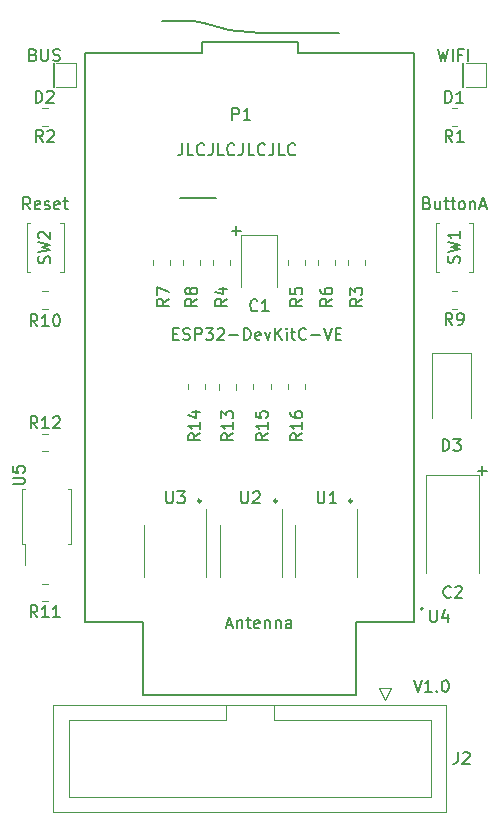
<source format=gbr>
%TF.GenerationSoftware,KiCad,Pcbnew,7.0.10*%
%TF.CreationDate,2024-02-08T23:41:11-06:00*%
%TF.ProjectId,FujiApple-DevKit-Combo,46756a69-4170-4706-9c65-2d4465764b69,1.0*%
%TF.SameCoordinates,Original*%
%TF.FileFunction,Legend,Top*%
%TF.FilePolarity,Positive*%
%FSLAX46Y46*%
G04 Gerber Fmt 4.6, Leading zero omitted, Abs format (unit mm)*
G04 Created by KiCad (PCBNEW 7.0.10) date 2024-02-08 23:41:11*
%MOMM*%
%LPD*%
G01*
G04 APERTURE LIST*
%ADD10C,0.225000*%
%ADD11C,0.150000*%
%ADD12C,0.200000*%
%ADD13C,0.120000*%
%ADD14C,0.127000*%
G04 APERTURE END LIST*
D10*
X163434500Y-114173000D02*
G75*
G03*
X163209500Y-114173000I-112500J0D01*
G01*
X163209500Y-114173000D02*
G75*
G03*
X163434500Y-114173000I112500J0D01*
G01*
X157084500Y-114173000D02*
G75*
G03*
X156859500Y-114173000I-112500J0D01*
G01*
X156859500Y-114173000D02*
G75*
G03*
X157084500Y-114173000I112500J0D01*
G01*
X150607500Y-114173000D02*
G75*
G03*
X150382500Y-114173000I-112500J0D01*
G01*
X150382500Y-114173000D02*
G75*
G03*
X150607500Y-114173000I112500J0D01*
G01*
D11*
X153244779Y-91309866D02*
X154006684Y-91309866D01*
X153625731Y-91690819D02*
X153625731Y-90928914D01*
D12*
X149050951Y-83907219D02*
X149050951Y-84621504D01*
X149050951Y-84621504D02*
X149003332Y-84764361D01*
X149003332Y-84764361D02*
X148908094Y-84859600D01*
X148908094Y-84859600D02*
X148765237Y-84907219D01*
X148765237Y-84907219D02*
X148669999Y-84907219D01*
X150003332Y-84907219D02*
X149527142Y-84907219D01*
X149527142Y-84907219D02*
X149527142Y-83907219D01*
X150908094Y-84811980D02*
X150860475Y-84859600D01*
X150860475Y-84859600D02*
X150717618Y-84907219D01*
X150717618Y-84907219D02*
X150622380Y-84907219D01*
X150622380Y-84907219D02*
X150479523Y-84859600D01*
X150479523Y-84859600D02*
X150384285Y-84764361D01*
X150384285Y-84764361D02*
X150336666Y-84669123D01*
X150336666Y-84669123D02*
X150289047Y-84478647D01*
X150289047Y-84478647D02*
X150289047Y-84335790D01*
X150289047Y-84335790D02*
X150336666Y-84145314D01*
X150336666Y-84145314D02*
X150384285Y-84050076D01*
X150384285Y-84050076D02*
X150479523Y-83954838D01*
X150479523Y-83954838D02*
X150622380Y-83907219D01*
X150622380Y-83907219D02*
X150717618Y-83907219D01*
X150717618Y-83907219D02*
X150860475Y-83954838D01*
X150860475Y-83954838D02*
X150908094Y-84002457D01*
X151622380Y-83907219D02*
X151622380Y-84621504D01*
X151622380Y-84621504D02*
X151574761Y-84764361D01*
X151574761Y-84764361D02*
X151479523Y-84859600D01*
X151479523Y-84859600D02*
X151336666Y-84907219D01*
X151336666Y-84907219D02*
X151241428Y-84907219D01*
X152574761Y-84907219D02*
X152098571Y-84907219D01*
X152098571Y-84907219D02*
X152098571Y-83907219D01*
X153479523Y-84811980D02*
X153431904Y-84859600D01*
X153431904Y-84859600D02*
X153289047Y-84907219D01*
X153289047Y-84907219D02*
X153193809Y-84907219D01*
X153193809Y-84907219D02*
X153050952Y-84859600D01*
X153050952Y-84859600D02*
X152955714Y-84764361D01*
X152955714Y-84764361D02*
X152908095Y-84669123D01*
X152908095Y-84669123D02*
X152860476Y-84478647D01*
X152860476Y-84478647D02*
X152860476Y-84335790D01*
X152860476Y-84335790D02*
X152908095Y-84145314D01*
X152908095Y-84145314D02*
X152955714Y-84050076D01*
X152955714Y-84050076D02*
X153050952Y-83954838D01*
X153050952Y-83954838D02*
X153193809Y-83907219D01*
X153193809Y-83907219D02*
X153289047Y-83907219D01*
X153289047Y-83907219D02*
X153431904Y-83954838D01*
X153431904Y-83954838D02*
X153479523Y-84002457D01*
X154193809Y-83907219D02*
X154193809Y-84621504D01*
X154193809Y-84621504D02*
X154146190Y-84764361D01*
X154146190Y-84764361D02*
X154050952Y-84859600D01*
X154050952Y-84859600D02*
X153908095Y-84907219D01*
X153908095Y-84907219D02*
X153812857Y-84907219D01*
X155146190Y-84907219D02*
X154670000Y-84907219D01*
X154670000Y-84907219D02*
X154670000Y-83907219D01*
X156050952Y-84811980D02*
X156003333Y-84859600D01*
X156003333Y-84859600D02*
X155860476Y-84907219D01*
X155860476Y-84907219D02*
X155765238Y-84907219D01*
X155765238Y-84907219D02*
X155622381Y-84859600D01*
X155622381Y-84859600D02*
X155527143Y-84764361D01*
X155527143Y-84764361D02*
X155479524Y-84669123D01*
X155479524Y-84669123D02*
X155431905Y-84478647D01*
X155431905Y-84478647D02*
X155431905Y-84335790D01*
X155431905Y-84335790D02*
X155479524Y-84145314D01*
X155479524Y-84145314D02*
X155527143Y-84050076D01*
X155527143Y-84050076D02*
X155622381Y-83954838D01*
X155622381Y-83954838D02*
X155765238Y-83907219D01*
X155765238Y-83907219D02*
X155860476Y-83907219D01*
X155860476Y-83907219D02*
X156003333Y-83954838D01*
X156003333Y-83954838D02*
X156050952Y-84002457D01*
X156765238Y-83907219D02*
X156765238Y-84621504D01*
X156765238Y-84621504D02*
X156717619Y-84764361D01*
X156717619Y-84764361D02*
X156622381Y-84859600D01*
X156622381Y-84859600D02*
X156479524Y-84907219D01*
X156479524Y-84907219D02*
X156384286Y-84907219D01*
X157717619Y-84907219D02*
X157241429Y-84907219D01*
X157241429Y-84907219D02*
X157241429Y-83907219D01*
X158622381Y-84811980D02*
X158574762Y-84859600D01*
X158574762Y-84859600D02*
X158431905Y-84907219D01*
X158431905Y-84907219D02*
X158336667Y-84907219D01*
X158336667Y-84907219D02*
X158193810Y-84859600D01*
X158193810Y-84859600D02*
X158098572Y-84764361D01*
X158098572Y-84764361D02*
X158050953Y-84669123D01*
X158050953Y-84669123D02*
X158003334Y-84478647D01*
X158003334Y-84478647D02*
X158003334Y-84335790D01*
X158003334Y-84335790D02*
X158050953Y-84145314D01*
X158050953Y-84145314D02*
X158098572Y-84050076D01*
X158098572Y-84050076D02*
X158193810Y-83954838D01*
X158193810Y-83954838D02*
X158336667Y-83907219D01*
X158336667Y-83907219D02*
X158431905Y-83907219D01*
X158431905Y-83907219D02*
X158574762Y-83954838D01*
X158574762Y-83954838D02*
X158622381Y-84002457D01*
D11*
X174072779Y-111629866D02*
X174834684Y-111629866D01*
X174453731Y-112010819D02*
X174453731Y-111248914D01*
X152816160Y-124679104D02*
X153292350Y-124679104D01*
X152720922Y-124964819D02*
X153054255Y-123964819D01*
X153054255Y-123964819D02*
X153387588Y-124964819D01*
X153720922Y-124298152D02*
X153720922Y-124964819D01*
X153720922Y-124393390D02*
X153768541Y-124345771D01*
X153768541Y-124345771D02*
X153863779Y-124298152D01*
X153863779Y-124298152D02*
X154006636Y-124298152D01*
X154006636Y-124298152D02*
X154101874Y-124345771D01*
X154101874Y-124345771D02*
X154149493Y-124441009D01*
X154149493Y-124441009D02*
X154149493Y-124964819D01*
X154482827Y-124298152D02*
X154863779Y-124298152D01*
X154625684Y-123964819D02*
X154625684Y-124821961D01*
X154625684Y-124821961D02*
X154673303Y-124917200D01*
X154673303Y-124917200D02*
X154768541Y-124964819D01*
X154768541Y-124964819D02*
X154863779Y-124964819D01*
X155578065Y-124917200D02*
X155482827Y-124964819D01*
X155482827Y-124964819D02*
X155292351Y-124964819D01*
X155292351Y-124964819D02*
X155197113Y-124917200D01*
X155197113Y-124917200D02*
X155149494Y-124821961D01*
X155149494Y-124821961D02*
X155149494Y-124441009D01*
X155149494Y-124441009D02*
X155197113Y-124345771D01*
X155197113Y-124345771D02*
X155292351Y-124298152D01*
X155292351Y-124298152D02*
X155482827Y-124298152D01*
X155482827Y-124298152D02*
X155578065Y-124345771D01*
X155578065Y-124345771D02*
X155625684Y-124441009D01*
X155625684Y-124441009D02*
X155625684Y-124536247D01*
X155625684Y-124536247D02*
X155149494Y-124631485D01*
X156054256Y-124298152D02*
X156054256Y-124964819D01*
X156054256Y-124393390D02*
X156101875Y-124345771D01*
X156101875Y-124345771D02*
X156197113Y-124298152D01*
X156197113Y-124298152D02*
X156339970Y-124298152D01*
X156339970Y-124298152D02*
X156435208Y-124345771D01*
X156435208Y-124345771D02*
X156482827Y-124441009D01*
X156482827Y-124441009D02*
X156482827Y-124964819D01*
X156959018Y-124298152D02*
X156959018Y-124964819D01*
X156959018Y-124393390D02*
X157006637Y-124345771D01*
X157006637Y-124345771D02*
X157101875Y-124298152D01*
X157101875Y-124298152D02*
X157244732Y-124298152D01*
X157244732Y-124298152D02*
X157339970Y-124345771D01*
X157339970Y-124345771D02*
X157387589Y-124441009D01*
X157387589Y-124441009D02*
X157387589Y-124964819D01*
X158292351Y-124964819D02*
X158292351Y-124441009D01*
X158292351Y-124441009D02*
X158244732Y-124345771D01*
X158244732Y-124345771D02*
X158149494Y-124298152D01*
X158149494Y-124298152D02*
X157959018Y-124298152D01*
X157959018Y-124298152D02*
X157863780Y-124345771D01*
X158292351Y-124917200D02*
X158197113Y-124964819D01*
X158197113Y-124964819D02*
X157959018Y-124964819D01*
X157959018Y-124964819D02*
X157863780Y-124917200D01*
X157863780Y-124917200D02*
X157816161Y-124821961D01*
X157816161Y-124821961D02*
X157816161Y-124726723D01*
X157816161Y-124726723D02*
X157863780Y-124631485D01*
X157863780Y-124631485D02*
X157959018Y-124583866D01*
X157959018Y-124583866D02*
X158197113Y-124583866D01*
X158197113Y-124583866D02*
X158292351Y-124536247D01*
D12*
X168656191Y-129347819D02*
X168989524Y-130347819D01*
X168989524Y-130347819D02*
X169322857Y-129347819D01*
X170180000Y-130347819D02*
X169608572Y-130347819D01*
X169894286Y-130347819D02*
X169894286Y-129347819D01*
X169894286Y-129347819D02*
X169799048Y-129490676D01*
X169799048Y-129490676D02*
X169703810Y-129585914D01*
X169703810Y-129585914D02*
X169608572Y-129633533D01*
X170608572Y-130252580D02*
X170656191Y-130300200D01*
X170656191Y-130300200D02*
X170608572Y-130347819D01*
X170608572Y-130347819D02*
X170560953Y-130300200D01*
X170560953Y-130300200D02*
X170608572Y-130252580D01*
X170608572Y-130252580D02*
X170608572Y-130347819D01*
X171275238Y-129347819D02*
X171370476Y-129347819D01*
X171370476Y-129347819D02*
X171465714Y-129395438D01*
X171465714Y-129395438D02*
X171513333Y-129443057D01*
X171513333Y-129443057D02*
X171560952Y-129538295D01*
X171560952Y-129538295D02*
X171608571Y-129728771D01*
X171608571Y-129728771D02*
X171608571Y-129966866D01*
X171608571Y-129966866D02*
X171560952Y-130157342D01*
X171560952Y-130157342D02*
X171513333Y-130252580D01*
X171513333Y-130252580D02*
X171465714Y-130300200D01*
X171465714Y-130300200D02*
X171370476Y-130347819D01*
X171370476Y-130347819D02*
X171275238Y-130347819D01*
X171275238Y-130347819D02*
X171180000Y-130300200D01*
X171180000Y-130300200D02*
X171132381Y-130252580D01*
X171132381Y-130252580D02*
X171084762Y-130157342D01*
X171084762Y-130157342D02*
X171037143Y-129966866D01*
X171037143Y-129966866D02*
X171037143Y-129728771D01*
X171037143Y-129728771D02*
X171084762Y-129538295D01*
X171084762Y-129538295D02*
X171132381Y-129443057D01*
X171132381Y-129443057D02*
X171180000Y-129395438D01*
X171180000Y-129395438D02*
X171275238Y-129347819D01*
D11*
X172386666Y-135446419D02*
X172386666Y-136160704D01*
X172386666Y-136160704D02*
X172339047Y-136303561D01*
X172339047Y-136303561D02*
X172243809Y-136398800D01*
X172243809Y-136398800D02*
X172100952Y-136446419D01*
X172100952Y-136446419D02*
X172005714Y-136446419D01*
X172815238Y-135541657D02*
X172862857Y-135494038D01*
X172862857Y-135494038D02*
X172958095Y-135446419D01*
X172958095Y-135446419D02*
X173196190Y-135446419D01*
X173196190Y-135446419D02*
X173291428Y-135494038D01*
X173291428Y-135494038D02*
X173339047Y-135541657D01*
X173339047Y-135541657D02*
X173386666Y-135636895D01*
X173386666Y-135636895D02*
X173386666Y-135732133D01*
X173386666Y-135732133D02*
X173339047Y-135874990D01*
X173339047Y-135874990D02*
X172767619Y-136446419D01*
X172767619Y-136446419D02*
X173386666Y-136446419D01*
X136787142Y-108024819D02*
X136453809Y-107548628D01*
X136215714Y-108024819D02*
X136215714Y-107024819D01*
X136215714Y-107024819D02*
X136596666Y-107024819D01*
X136596666Y-107024819D02*
X136691904Y-107072438D01*
X136691904Y-107072438D02*
X136739523Y-107120057D01*
X136739523Y-107120057D02*
X136787142Y-107215295D01*
X136787142Y-107215295D02*
X136787142Y-107358152D01*
X136787142Y-107358152D02*
X136739523Y-107453390D01*
X136739523Y-107453390D02*
X136691904Y-107501009D01*
X136691904Y-107501009D02*
X136596666Y-107548628D01*
X136596666Y-107548628D02*
X136215714Y-107548628D01*
X137739523Y-108024819D02*
X137168095Y-108024819D01*
X137453809Y-108024819D02*
X137453809Y-107024819D01*
X137453809Y-107024819D02*
X137358571Y-107167676D01*
X137358571Y-107167676D02*
X137263333Y-107262914D01*
X137263333Y-107262914D02*
X137168095Y-107310533D01*
X138120476Y-107120057D02*
X138168095Y-107072438D01*
X138168095Y-107072438D02*
X138263333Y-107024819D01*
X138263333Y-107024819D02*
X138501428Y-107024819D01*
X138501428Y-107024819D02*
X138596666Y-107072438D01*
X138596666Y-107072438D02*
X138644285Y-107120057D01*
X138644285Y-107120057D02*
X138691904Y-107215295D01*
X138691904Y-107215295D02*
X138691904Y-107310533D01*
X138691904Y-107310533D02*
X138644285Y-107453390D01*
X138644285Y-107453390D02*
X138072857Y-108024819D01*
X138072857Y-108024819D02*
X138691904Y-108024819D01*
X171092905Y-109928819D02*
X171092905Y-108928819D01*
X171092905Y-108928819D02*
X171331000Y-108928819D01*
X171331000Y-108928819D02*
X171473857Y-108976438D01*
X171473857Y-108976438D02*
X171569095Y-109071676D01*
X171569095Y-109071676D02*
X171616714Y-109166914D01*
X171616714Y-109166914D02*
X171664333Y-109357390D01*
X171664333Y-109357390D02*
X171664333Y-109500247D01*
X171664333Y-109500247D02*
X171616714Y-109690723D01*
X171616714Y-109690723D02*
X171569095Y-109785961D01*
X171569095Y-109785961D02*
X171473857Y-109881200D01*
X171473857Y-109881200D02*
X171331000Y-109928819D01*
X171331000Y-109928819D02*
X171092905Y-109928819D01*
X171997667Y-108928819D02*
X172616714Y-108928819D01*
X172616714Y-108928819D02*
X172283381Y-109309771D01*
X172283381Y-109309771D02*
X172426238Y-109309771D01*
X172426238Y-109309771D02*
X172521476Y-109357390D01*
X172521476Y-109357390D02*
X172569095Y-109405009D01*
X172569095Y-109405009D02*
X172616714Y-109500247D01*
X172616714Y-109500247D02*
X172616714Y-109738342D01*
X172616714Y-109738342D02*
X172569095Y-109833580D01*
X172569095Y-109833580D02*
X172521476Y-109881200D01*
X172521476Y-109881200D02*
X172426238Y-109928819D01*
X172426238Y-109928819D02*
X172140524Y-109928819D01*
X172140524Y-109928819D02*
X172045286Y-109881200D01*
X172045286Y-109881200D02*
X171997667Y-109833580D01*
X155408333Y-98022580D02*
X155360714Y-98070200D01*
X155360714Y-98070200D02*
X155217857Y-98117819D01*
X155217857Y-98117819D02*
X155122619Y-98117819D01*
X155122619Y-98117819D02*
X154979762Y-98070200D01*
X154979762Y-98070200D02*
X154884524Y-97974961D01*
X154884524Y-97974961D02*
X154836905Y-97879723D01*
X154836905Y-97879723D02*
X154789286Y-97689247D01*
X154789286Y-97689247D02*
X154789286Y-97546390D01*
X154789286Y-97546390D02*
X154836905Y-97355914D01*
X154836905Y-97355914D02*
X154884524Y-97260676D01*
X154884524Y-97260676D02*
X154979762Y-97165438D01*
X154979762Y-97165438D02*
X155122619Y-97117819D01*
X155122619Y-97117819D02*
X155217857Y-97117819D01*
X155217857Y-97117819D02*
X155360714Y-97165438D01*
X155360714Y-97165438D02*
X155408333Y-97213057D01*
X156360714Y-98117819D02*
X155789286Y-98117819D01*
X156075000Y-98117819D02*
X156075000Y-97117819D01*
X156075000Y-97117819D02*
X155979762Y-97260676D01*
X155979762Y-97260676D02*
X155884524Y-97355914D01*
X155884524Y-97355914D02*
X155789286Y-97403533D01*
X152854819Y-97067666D02*
X152378628Y-97400999D01*
X152854819Y-97639094D02*
X151854819Y-97639094D01*
X151854819Y-97639094D02*
X151854819Y-97258142D01*
X151854819Y-97258142D02*
X151902438Y-97162904D01*
X151902438Y-97162904D02*
X151950057Y-97115285D01*
X151950057Y-97115285D02*
X152045295Y-97067666D01*
X152045295Y-97067666D02*
X152188152Y-97067666D01*
X152188152Y-97067666D02*
X152283390Y-97115285D01*
X152283390Y-97115285D02*
X152331009Y-97162904D01*
X152331009Y-97162904D02*
X152378628Y-97258142D01*
X152378628Y-97258142D02*
X152378628Y-97639094D01*
X152188152Y-96210523D02*
X152854819Y-96210523D01*
X151807200Y-96448618D02*
X152521485Y-96686713D01*
X152521485Y-96686713D02*
X152521485Y-96067666D01*
X137263333Y-83765819D02*
X136930000Y-83289628D01*
X136691905Y-83765819D02*
X136691905Y-82765819D01*
X136691905Y-82765819D02*
X137072857Y-82765819D01*
X137072857Y-82765819D02*
X137168095Y-82813438D01*
X137168095Y-82813438D02*
X137215714Y-82861057D01*
X137215714Y-82861057D02*
X137263333Y-82956295D01*
X137263333Y-82956295D02*
X137263333Y-83099152D01*
X137263333Y-83099152D02*
X137215714Y-83194390D01*
X137215714Y-83194390D02*
X137168095Y-83242009D01*
X137168095Y-83242009D02*
X137072857Y-83289628D01*
X137072857Y-83289628D02*
X136691905Y-83289628D01*
X137644286Y-82861057D02*
X137691905Y-82813438D01*
X137691905Y-82813438D02*
X137787143Y-82765819D01*
X137787143Y-82765819D02*
X138025238Y-82765819D01*
X138025238Y-82765819D02*
X138120476Y-82813438D01*
X138120476Y-82813438D02*
X138168095Y-82861057D01*
X138168095Y-82861057D02*
X138215714Y-82956295D01*
X138215714Y-82956295D02*
X138215714Y-83051533D01*
X138215714Y-83051533D02*
X138168095Y-83194390D01*
X138168095Y-83194390D02*
X137596667Y-83765819D01*
X137596667Y-83765819D02*
X138215714Y-83765819D01*
X147701095Y-113373819D02*
X147701095Y-114183342D01*
X147701095Y-114183342D02*
X147748714Y-114278580D01*
X147748714Y-114278580D02*
X147796333Y-114326200D01*
X147796333Y-114326200D02*
X147891571Y-114373819D01*
X147891571Y-114373819D02*
X148082047Y-114373819D01*
X148082047Y-114373819D02*
X148177285Y-114326200D01*
X148177285Y-114326200D02*
X148224904Y-114278580D01*
X148224904Y-114278580D02*
X148272523Y-114183342D01*
X148272523Y-114183342D02*
X148272523Y-113373819D01*
X148653476Y-113373819D02*
X149272523Y-113373819D01*
X149272523Y-113373819D02*
X148939190Y-113754771D01*
X148939190Y-113754771D02*
X149082047Y-113754771D01*
X149082047Y-113754771D02*
X149177285Y-113802390D01*
X149177285Y-113802390D02*
X149224904Y-113850009D01*
X149224904Y-113850009D02*
X149272523Y-113945247D01*
X149272523Y-113945247D02*
X149272523Y-114183342D01*
X149272523Y-114183342D02*
X149224904Y-114278580D01*
X149224904Y-114278580D02*
X149177285Y-114326200D01*
X149177285Y-114326200D02*
X149082047Y-114373819D01*
X149082047Y-114373819D02*
X148796333Y-114373819D01*
X148796333Y-114373819D02*
X148701095Y-114326200D01*
X148701095Y-114326200D02*
X148653476Y-114278580D01*
X136787142Y-124024819D02*
X136453809Y-123548628D01*
X136215714Y-124024819D02*
X136215714Y-123024819D01*
X136215714Y-123024819D02*
X136596666Y-123024819D01*
X136596666Y-123024819D02*
X136691904Y-123072438D01*
X136691904Y-123072438D02*
X136739523Y-123120057D01*
X136739523Y-123120057D02*
X136787142Y-123215295D01*
X136787142Y-123215295D02*
X136787142Y-123358152D01*
X136787142Y-123358152D02*
X136739523Y-123453390D01*
X136739523Y-123453390D02*
X136691904Y-123501009D01*
X136691904Y-123501009D02*
X136596666Y-123548628D01*
X136596666Y-123548628D02*
X136215714Y-123548628D01*
X137739523Y-124024819D02*
X137168095Y-124024819D01*
X137453809Y-124024819D02*
X137453809Y-123024819D01*
X137453809Y-123024819D02*
X137358571Y-123167676D01*
X137358571Y-123167676D02*
X137263333Y-123262914D01*
X137263333Y-123262914D02*
X137168095Y-123310533D01*
X138691904Y-124024819D02*
X138120476Y-124024819D01*
X138406190Y-124024819D02*
X138406190Y-123024819D01*
X138406190Y-123024819D02*
X138310952Y-123167676D01*
X138310952Y-123167676D02*
X138215714Y-123262914D01*
X138215714Y-123262914D02*
X138120476Y-123310533D01*
X154051095Y-113373819D02*
X154051095Y-114183342D01*
X154051095Y-114183342D02*
X154098714Y-114278580D01*
X154098714Y-114278580D02*
X154146333Y-114326200D01*
X154146333Y-114326200D02*
X154241571Y-114373819D01*
X154241571Y-114373819D02*
X154432047Y-114373819D01*
X154432047Y-114373819D02*
X154527285Y-114326200D01*
X154527285Y-114326200D02*
X154574904Y-114278580D01*
X154574904Y-114278580D02*
X154622523Y-114183342D01*
X154622523Y-114183342D02*
X154622523Y-113373819D01*
X155051095Y-113469057D02*
X155098714Y-113421438D01*
X155098714Y-113421438D02*
X155193952Y-113373819D01*
X155193952Y-113373819D02*
X155432047Y-113373819D01*
X155432047Y-113373819D02*
X155527285Y-113421438D01*
X155527285Y-113421438D02*
X155574904Y-113469057D01*
X155574904Y-113469057D02*
X155622523Y-113564295D01*
X155622523Y-113564295D02*
X155622523Y-113659533D01*
X155622523Y-113659533D02*
X155574904Y-113802390D01*
X155574904Y-113802390D02*
X155003476Y-114373819D01*
X155003476Y-114373819D02*
X155622523Y-114373819D01*
X147901819Y-97067666D02*
X147425628Y-97400999D01*
X147901819Y-97639094D02*
X146901819Y-97639094D01*
X146901819Y-97639094D02*
X146901819Y-97258142D01*
X146901819Y-97258142D02*
X146949438Y-97162904D01*
X146949438Y-97162904D02*
X146997057Y-97115285D01*
X146997057Y-97115285D02*
X147092295Y-97067666D01*
X147092295Y-97067666D02*
X147235152Y-97067666D01*
X147235152Y-97067666D02*
X147330390Y-97115285D01*
X147330390Y-97115285D02*
X147378009Y-97162904D01*
X147378009Y-97162904D02*
X147425628Y-97258142D01*
X147425628Y-97258142D02*
X147425628Y-97639094D01*
X146901819Y-96734332D02*
X146901819Y-96067666D01*
X146901819Y-96067666D02*
X147901819Y-96496237D01*
X171918333Y-99259819D02*
X171585000Y-98783628D01*
X171346905Y-99259819D02*
X171346905Y-98259819D01*
X171346905Y-98259819D02*
X171727857Y-98259819D01*
X171727857Y-98259819D02*
X171823095Y-98307438D01*
X171823095Y-98307438D02*
X171870714Y-98355057D01*
X171870714Y-98355057D02*
X171918333Y-98450295D01*
X171918333Y-98450295D02*
X171918333Y-98593152D01*
X171918333Y-98593152D02*
X171870714Y-98688390D01*
X171870714Y-98688390D02*
X171823095Y-98736009D01*
X171823095Y-98736009D02*
X171727857Y-98783628D01*
X171727857Y-98783628D02*
X171346905Y-98783628D01*
X172394524Y-99259819D02*
X172585000Y-99259819D01*
X172585000Y-99259819D02*
X172680238Y-99212200D01*
X172680238Y-99212200D02*
X172727857Y-99164580D01*
X172727857Y-99164580D02*
X172823095Y-99021723D01*
X172823095Y-99021723D02*
X172870714Y-98831247D01*
X172870714Y-98831247D02*
X172870714Y-98450295D01*
X172870714Y-98450295D02*
X172823095Y-98355057D01*
X172823095Y-98355057D02*
X172775476Y-98307438D01*
X172775476Y-98307438D02*
X172680238Y-98259819D01*
X172680238Y-98259819D02*
X172489762Y-98259819D01*
X172489762Y-98259819D02*
X172394524Y-98307438D01*
X172394524Y-98307438D02*
X172346905Y-98355057D01*
X172346905Y-98355057D02*
X172299286Y-98450295D01*
X172299286Y-98450295D02*
X172299286Y-98688390D01*
X172299286Y-98688390D02*
X172346905Y-98783628D01*
X172346905Y-98783628D02*
X172394524Y-98831247D01*
X172394524Y-98831247D02*
X172489762Y-98878866D01*
X172489762Y-98878866D02*
X172680238Y-98878866D01*
X172680238Y-98878866D02*
X172775476Y-98831247D01*
X172775476Y-98831247D02*
X172823095Y-98783628D01*
X172823095Y-98783628D02*
X172870714Y-98688390D01*
X159204819Y-97067666D02*
X158728628Y-97400999D01*
X159204819Y-97639094D02*
X158204819Y-97639094D01*
X158204819Y-97639094D02*
X158204819Y-97258142D01*
X158204819Y-97258142D02*
X158252438Y-97162904D01*
X158252438Y-97162904D02*
X158300057Y-97115285D01*
X158300057Y-97115285D02*
X158395295Y-97067666D01*
X158395295Y-97067666D02*
X158538152Y-97067666D01*
X158538152Y-97067666D02*
X158633390Y-97115285D01*
X158633390Y-97115285D02*
X158681009Y-97162904D01*
X158681009Y-97162904D02*
X158728628Y-97258142D01*
X158728628Y-97258142D02*
X158728628Y-97639094D01*
X158204819Y-96162904D02*
X158204819Y-96639094D01*
X158204819Y-96639094D02*
X158681009Y-96686713D01*
X158681009Y-96686713D02*
X158633390Y-96639094D01*
X158633390Y-96639094D02*
X158585771Y-96543856D01*
X158585771Y-96543856D02*
X158585771Y-96305761D01*
X158585771Y-96305761D02*
X158633390Y-96210523D01*
X158633390Y-96210523D02*
X158681009Y-96162904D01*
X158681009Y-96162904D02*
X158776247Y-96115285D01*
X158776247Y-96115285D02*
X159014342Y-96115285D01*
X159014342Y-96115285D02*
X159109580Y-96162904D01*
X159109580Y-96162904D02*
X159157200Y-96210523D01*
X159157200Y-96210523D02*
X159204819Y-96305761D01*
X159204819Y-96305761D02*
X159204819Y-96543856D01*
X159204819Y-96543856D02*
X159157200Y-96639094D01*
X159157200Y-96639094D02*
X159109580Y-96686713D01*
X136787142Y-99387819D02*
X136453809Y-98911628D01*
X136215714Y-99387819D02*
X136215714Y-98387819D01*
X136215714Y-98387819D02*
X136596666Y-98387819D01*
X136596666Y-98387819D02*
X136691904Y-98435438D01*
X136691904Y-98435438D02*
X136739523Y-98483057D01*
X136739523Y-98483057D02*
X136787142Y-98578295D01*
X136787142Y-98578295D02*
X136787142Y-98721152D01*
X136787142Y-98721152D02*
X136739523Y-98816390D01*
X136739523Y-98816390D02*
X136691904Y-98864009D01*
X136691904Y-98864009D02*
X136596666Y-98911628D01*
X136596666Y-98911628D02*
X136215714Y-98911628D01*
X137739523Y-99387819D02*
X137168095Y-99387819D01*
X137453809Y-99387819D02*
X137453809Y-98387819D01*
X137453809Y-98387819D02*
X137358571Y-98530676D01*
X137358571Y-98530676D02*
X137263333Y-98625914D01*
X137263333Y-98625914D02*
X137168095Y-98673533D01*
X138358571Y-98387819D02*
X138453809Y-98387819D01*
X138453809Y-98387819D02*
X138549047Y-98435438D01*
X138549047Y-98435438D02*
X138596666Y-98483057D01*
X138596666Y-98483057D02*
X138644285Y-98578295D01*
X138644285Y-98578295D02*
X138691904Y-98768771D01*
X138691904Y-98768771D02*
X138691904Y-99006866D01*
X138691904Y-99006866D02*
X138644285Y-99197342D01*
X138644285Y-99197342D02*
X138596666Y-99292580D01*
X138596666Y-99292580D02*
X138549047Y-99340200D01*
X138549047Y-99340200D02*
X138453809Y-99387819D01*
X138453809Y-99387819D02*
X138358571Y-99387819D01*
X138358571Y-99387819D02*
X138263333Y-99340200D01*
X138263333Y-99340200D02*
X138215714Y-99292580D01*
X138215714Y-99292580D02*
X138168095Y-99197342D01*
X138168095Y-99197342D02*
X138120476Y-99006866D01*
X138120476Y-99006866D02*
X138120476Y-98768771D01*
X138120476Y-98768771D02*
X138168095Y-98578295D01*
X138168095Y-98578295D02*
X138215714Y-98483057D01*
X138215714Y-98483057D02*
X138263333Y-98435438D01*
X138263333Y-98435438D02*
X138358571Y-98387819D01*
X156283819Y-108465857D02*
X155807628Y-108799190D01*
X156283819Y-109037285D02*
X155283819Y-109037285D01*
X155283819Y-109037285D02*
X155283819Y-108656333D01*
X155283819Y-108656333D02*
X155331438Y-108561095D01*
X155331438Y-108561095D02*
X155379057Y-108513476D01*
X155379057Y-108513476D02*
X155474295Y-108465857D01*
X155474295Y-108465857D02*
X155617152Y-108465857D01*
X155617152Y-108465857D02*
X155712390Y-108513476D01*
X155712390Y-108513476D02*
X155760009Y-108561095D01*
X155760009Y-108561095D02*
X155807628Y-108656333D01*
X155807628Y-108656333D02*
X155807628Y-109037285D01*
X156283819Y-107513476D02*
X156283819Y-108084904D01*
X156283819Y-107799190D02*
X155283819Y-107799190D01*
X155283819Y-107799190D02*
X155426676Y-107894428D01*
X155426676Y-107894428D02*
X155521914Y-107989666D01*
X155521914Y-107989666D02*
X155569533Y-108084904D01*
X155283819Y-106608714D02*
X155283819Y-107084904D01*
X155283819Y-107084904D02*
X155760009Y-107132523D01*
X155760009Y-107132523D02*
X155712390Y-107084904D01*
X155712390Y-107084904D02*
X155664771Y-106989666D01*
X155664771Y-106989666D02*
X155664771Y-106751571D01*
X155664771Y-106751571D02*
X155712390Y-106656333D01*
X155712390Y-106656333D02*
X155760009Y-106608714D01*
X155760009Y-106608714D02*
X155855247Y-106561095D01*
X155855247Y-106561095D02*
X156093342Y-106561095D01*
X156093342Y-106561095D02*
X156188580Y-106608714D01*
X156188580Y-106608714D02*
X156236200Y-106656333D01*
X156236200Y-106656333D02*
X156283819Y-106751571D01*
X156283819Y-106751571D02*
X156283819Y-106989666D01*
X156283819Y-106989666D02*
X156236200Y-107084904D01*
X156236200Y-107084904D02*
X156188580Y-107132523D01*
X150314819Y-97067666D02*
X149838628Y-97400999D01*
X150314819Y-97639094D02*
X149314819Y-97639094D01*
X149314819Y-97639094D02*
X149314819Y-97258142D01*
X149314819Y-97258142D02*
X149362438Y-97162904D01*
X149362438Y-97162904D02*
X149410057Y-97115285D01*
X149410057Y-97115285D02*
X149505295Y-97067666D01*
X149505295Y-97067666D02*
X149648152Y-97067666D01*
X149648152Y-97067666D02*
X149743390Y-97115285D01*
X149743390Y-97115285D02*
X149791009Y-97162904D01*
X149791009Y-97162904D02*
X149838628Y-97258142D01*
X149838628Y-97258142D02*
X149838628Y-97639094D01*
X149743390Y-96496237D02*
X149695771Y-96591475D01*
X149695771Y-96591475D02*
X149648152Y-96639094D01*
X149648152Y-96639094D02*
X149552914Y-96686713D01*
X149552914Y-96686713D02*
X149505295Y-96686713D01*
X149505295Y-96686713D02*
X149410057Y-96639094D01*
X149410057Y-96639094D02*
X149362438Y-96591475D01*
X149362438Y-96591475D02*
X149314819Y-96496237D01*
X149314819Y-96496237D02*
X149314819Y-96305761D01*
X149314819Y-96305761D02*
X149362438Y-96210523D01*
X149362438Y-96210523D02*
X149410057Y-96162904D01*
X149410057Y-96162904D02*
X149505295Y-96115285D01*
X149505295Y-96115285D02*
X149552914Y-96115285D01*
X149552914Y-96115285D02*
X149648152Y-96162904D01*
X149648152Y-96162904D02*
X149695771Y-96210523D01*
X149695771Y-96210523D02*
X149743390Y-96305761D01*
X149743390Y-96305761D02*
X149743390Y-96496237D01*
X149743390Y-96496237D02*
X149791009Y-96591475D01*
X149791009Y-96591475D02*
X149838628Y-96639094D01*
X149838628Y-96639094D02*
X149933866Y-96686713D01*
X149933866Y-96686713D02*
X150124342Y-96686713D01*
X150124342Y-96686713D02*
X150219580Y-96639094D01*
X150219580Y-96639094D02*
X150267200Y-96591475D01*
X150267200Y-96591475D02*
X150314819Y-96496237D01*
X150314819Y-96496237D02*
X150314819Y-96305761D01*
X150314819Y-96305761D02*
X150267200Y-96210523D01*
X150267200Y-96210523D02*
X150219580Y-96162904D01*
X150219580Y-96162904D02*
X150124342Y-96115285D01*
X150124342Y-96115285D02*
X149933866Y-96115285D01*
X149933866Y-96115285D02*
X149838628Y-96162904D01*
X149838628Y-96162904D02*
X149791009Y-96210523D01*
X149791009Y-96210523D02*
X149743390Y-96305761D01*
X170053095Y-123406819D02*
X170053095Y-124216342D01*
X170053095Y-124216342D02*
X170100714Y-124311580D01*
X170100714Y-124311580D02*
X170148333Y-124359200D01*
X170148333Y-124359200D02*
X170243571Y-124406819D01*
X170243571Y-124406819D02*
X170434047Y-124406819D01*
X170434047Y-124406819D02*
X170529285Y-124359200D01*
X170529285Y-124359200D02*
X170576904Y-124311580D01*
X170576904Y-124311580D02*
X170624523Y-124216342D01*
X170624523Y-124216342D02*
X170624523Y-123406819D01*
X171529285Y-123740152D02*
X171529285Y-124406819D01*
X171291190Y-123359200D02*
X171053095Y-124073485D01*
X171053095Y-124073485D02*
X171672142Y-124073485D01*
X148284762Y-100021009D02*
X148618095Y-100021009D01*
X148760952Y-100544819D02*
X148284762Y-100544819D01*
X148284762Y-100544819D02*
X148284762Y-99544819D01*
X148284762Y-99544819D02*
X148760952Y-99544819D01*
X149141905Y-100497200D02*
X149284762Y-100544819D01*
X149284762Y-100544819D02*
X149522857Y-100544819D01*
X149522857Y-100544819D02*
X149618095Y-100497200D01*
X149618095Y-100497200D02*
X149665714Y-100449580D01*
X149665714Y-100449580D02*
X149713333Y-100354342D01*
X149713333Y-100354342D02*
X149713333Y-100259104D01*
X149713333Y-100259104D02*
X149665714Y-100163866D01*
X149665714Y-100163866D02*
X149618095Y-100116247D01*
X149618095Y-100116247D02*
X149522857Y-100068628D01*
X149522857Y-100068628D02*
X149332381Y-100021009D01*
X149332381Y-100021009D02*
X149237143Y-99973390D01*
X149237143Y-99973390D02*
X149189524Y-99925771D01*
X149189524Y-99925771D02*
X149141905Y-99830533D01*
X149141905Y-99830533D02*
X149141905Y-99735295D01*
X149141905Y-99735295D02*
X149189524Y-99640057D01*
X149189524Y-99640057D02*
X149237143Y-99592438D01*
X149237143Y-99592438D02*
X149332381Y-99544819D01*
X149332381Y-99544819D02*
X149570476Y-99544819D01*
X149570476Y-99544819D02*
X149713333Y-99592438D01*
X150141905Y-100544819D02*
X150141905Y-99544819D01*
X150141905Y-99544819D02*
X150522857Y-99544819D01*
X150522857Y-99544819D02*
X150618095Y-99592438D01*
X150618095Y-99592438D02*
X150665714Y-99640057D01*
X150665714Y-99640057D02*
X150713333Y-99735295D01*
X150713333Y-99735295D02*
X150713333Y-99878152D01*
X150713333Y-99878152D02*
X150665714Y-99973390D01*
X150665714Y-99973390D02*
X150618095Y-100021009D01*
X150618095Y-100021009D02*
X150522857Y-100068628D01*
X150522857Y-100068628D02*
X150141905Y-100068628D01*
X151046667Y-99544819D02*
X151665714Y-99544819D01*
X151665714Y-99544819D02*
X151332381Y-99925771D01*
X151332381Y-99925771D02*
X151475238Y-99925771D01*
X151475238Y-99925771D02*
X151570476Y-99973390D01*
X151570476Y-99973390D02*
X151618095Y-100021009D01*
X151618095Y-100021009D02*
X151665714Y-100116247D01*
X151665714Y-100116247D02*
X151665714Y-100354342D01*
X151665714Y-100354342D02*
X151618095Y-100449580D01*
X151618095Y-100449580D02*
X151570476Y-100497200D01*
X151570476Y-100497200D02*
X151475238Y-100544819D01*
X151475238Y-100544819D02*
X151189524Y-100544819D01*
X151189524Y-100544819D02*
X151094286Y-100497200D01*
X151094286Y-100497200D02*
X151046667Y-100449580D01*
X152046667Y-99640057D02*
X152094286Y-99592438D01*
X152094286Y-99592438D02*
X152189524Y-99544819D01*
X152189524Y-99544819D02*
X152427619Y-99544819D01*
X152427619Y-99544819D02*
X152522857Y-99592438D01*
X152522857Y-99592438D02*
X152570476Y-99640057D01*
X152570476Y-99640057D02*
X152618095Y-99735295D01*
X152618095Y-99735295D02*
X152618095Y-99830533D01*
X152618095Y-99830533D02*
X152570476Y-99973390D01*
X152570476Y-99973390D02*
X151999048Y-100544819D01*
X151999048Y-100544819D02*
X152618095Y-100544819D01*
X153046667Y-100163866D02*
X153808572Y-100163866D01*
X154284762Y-100544819D02*
X154284762Y-99544819D01*
X154284762Y-99544819D02*
X154522857Y-99544819D01*
X154522857Y-99544819D02*
X154665714Y-99592438D01*
X154665714Y-99592438D02*
X154760952Y-99687676D01*
X154760952Y-99687676D02*
X154808571Y-99782914D01*
X154808571Y-99782914D02*
X154856190Y-99973390D01*
X154856190Y-99973390D02*
X154856190Y-100116247D01*
X154856190Y-100116247D02*
X154808571Y-100306723D01*
X154808571Y-100306723D02*
X154760952Y-100401961D01*
X154760952Y-100401961D02*
X154665714Y-100497200D01*
X154665714Y-100497200D02*
X154522857Y-100544819D01*
X154522857Y-100544819D02*
X154284762Y-100544819D01*
X155665714Y-100497200D02*
X155570476Y-100544819D01*
X155570476Y-100544819D02*
X155380000Y-100544819D01*
X155380000Y-100544819D02*
X155284762Y-100497200D01*
X155284762Y-100497200D02*
X155237143Y-100401961D01*
X155237143Y-100401961D02*
X155237143Y-100021009D01*
X155237143Y-100021009D02*
X155284762Y-99925771D01*
X155284762Y-99925771D02*
X155380000Y-99878152D01*
X155380000Y-99878152D02*
X155570476Y-99878152D01*
X155570476Y-99878152D02*
X155665714Y-99925771D01*
X155665714Y-99925771D02*
X155713333Y-100021009D01*
X155713333Y-100021009D02*
X155713333Y-100116247D01*
X155713333Y-100116247D02*
X155237143Y-100211485D01*
X156046667Y-99878152D02*
X156284762Y-100544819D01*
X156284762Y-100544819D02*
X156522857Y-99878152D01*
X156903810Y-100544819D02*
X156903810Y-99544819D01*
X157475238Y-100544819D02*
X157046667Y-99973390D01*
X157475238Y-99544819D02*
X156903810Y-100116247D01*
X157903810Y-100544819D02*
X157903810Y-99878152D01*
X157903810Y-99544819D02*
X157856191Y-99592438D01*
X157856191Y-99592438D02*
X157903810Y-99640057D01*
X157903810Y-99640057D02*
X157951429Y-99592438D01*
X157951429Y-99592438D02*
X157903810Y-99544819D01*
X157903810Y-99544819D02*
X157903810Y-99640057D01*
X158237143Y-99878152D02*
X158618095Y-99878152D01*
X158380000Y-99544819D02*
X158380000Y-100401961D01*
X158380000Y-100401961D02*
X158427619Y-100497200D01*
X158427619Y-100497200D02*
X158522857Y-100544819D01*
X158522857Y-100544819D02*
X158618095Y-100544819D01*
X159522857Y-100449580D02*
X159475238Y-100497200D01*
X159475238Y-100497200D02*
X159332381Y-100544819D01*
X159332381Y-100544819D02*
X159237143Y-100544819D01*
X159237143Y-100544819D02*
X159094286Y-100497200D01*
X159094286Y-100497200D02*
X158999048Y-100401961D01*
X158999048Y-100401961D02*
X158951429Y-100306723D01*
X158951429Y-100306723D02*
X158903810Y-100116247D01*
X158903810Y-100116247D02*
X158903810Y-99973390D01*
X158903810Y-99973390D02*
X158951429Y-99782914D01*
X158951429Y-99782914D02*
X158999048Y-99687676D01*
X158999048Y-99687676D02*
X159094286Y-99592438D01*
X159094286Y-99592438D02*
X159237143Y-99544819D01*
X159237143Y-99544819D02*
X159332381Y-99544819D01*
X159332381Y-99544819D02*
X159475238Y-99592438D01*
X159475238Y-99592438D02*
X159522857Y-99640057D01*
X159951429Y-100163866D02*
X160713334Y-100163866D01*
X161046667Y-99544819D02*
X161380000Y-100544819D01*
X161380000Y-100544819D02*
X161713333Y-99544819D01*
X162046667Y-100021009D02*
X162380000Y-100021009D01*
X162522857Y-100544819D02*
X162046667Y-100544819D01*
X162046667Y-100544819D02*
X162046667Y-99544819D01*
X162046667Y-99544819D02*
X162522857Y-99544819D01*
X160528095Y-113373819D02*
X160528095Y-114183342D01*
X160528095Y-114183342D02*
X160575714Y-114278580D01*
X160575714Y-114278580D02*
X160623333Y-114326200D01*
X160623333Y-114326200D02*
X160718571Y-114373819D01*
X160718571Y-114373819D02*
X160909047Y-114373819D01*
X160909047Y-114373819D02*
X161004285Y-114326200D01*
X161004285Y-114326200D02*
X161051904Y-114278580D01*
X161051904Y-114278580D02*
X161099523Y-114183342D01*
X161099523Y-114183342D02*
X161099523Y-113373819D01*
X162099523Y-114373819D02*
X161528095Y-114373819D01*
X161813809Y-114373819D02*
X161813809Y-113373819D01*
X161813809Y-113373819D02*
X161718571Y-113516676D01*
X161718571Y-113516676D02*
X161623333Y-113611914D01*
X161623333Y-113611914D02*
X161528095Y-113659533D01*
X159204819Y-108465857D02*
X158728628Y-108799190D01*
X159204819Y-109037285D02*
X158204819Y-109037285D01*
X158204819Y-109037285D02*
X158204819Y-108656333D01*
X158204819Y-108656333D02*
X158252438Y-108561095D01*
X158252438Y-108561095D02*
X158300057Y-108513476D01*
X158300057Y-108513476D02*
X158395295Y-108465857D01*
X158395295Y-108465857D02*
X158538152Y-108465857D01*
X158538152Y-108465857D02*
X158633390Y-108513476D01*
X158633390Y-108513476D02*
X158681009Y-108561095D01*
X158681009Y-108561095D02*
X158728628Y-108656333D01*
X158728628Y-108656333D02*
X158728628Y-109037285D01*
X159204819Y-107513476D02*
X159204819Y-108084904D01*
X159204819Y-107799190D02*
X158204819Y-107799190D01*
X158204819Y-107799190D02*
X158347676Y-107894428D01*
X158347676Y-107894428D02*
X158442914Y-107989666D01*
X158442914Y-107989666D02*
X158490533Y-108084904D01*
X158204819Y-106656333D02*
X158204819Y-106846809D01*
X158204819Y-106846809D02*
X158252438Y-106942047D01*
X158252438Y-106942047D02*
X158300057Y-106989666D01*
X158300057Y-106989666D02*
X158442914Y-107084904D01*
X158442914Y-107084904D02*
X158633390Y-107132523D01*
X158633390Y-107132523D02*
X159014342Y-107132523D01*
X159014342Y-107132523D02*
X159109580Y-107084904D01*
X159109580Y-107084904D02*
X159157200Y-107037285D01*
X159157200Y-107037285D02*
X159204819Y-106942047D01*
X159204819Y-106942047D02*
X159204819Y-106751571D01*
X159204819Y-106751571D02*
X159157200Y-106656333D01*
X159157200Y-106656333D02*
X159109580Y-106608714D01*
X159109580Y-106608714D02*
X159014342Y-106561095D01*
X159014342Y-106561095D02*
X158776247Y-106561095D01*
X158776247Y-106561095D02*
X158681009Y-106608714D01*
X158681009Y-106608714D02*
X158633390Y-106656333D01*
X158633390Y-106656333D02*
X158585771Y-106751571D01*
X158585771Y-106751571D02*
X158585771Y-106942047D01*
X158585771Y-106942047D02*
X158633390Y-107037285D01*
X158633390Y-107037285D02*
X158681009Y-107084904D01*
X158681009Y-107084904D02*
X158776247Y-107132523D01*
X171791333Y-122279580D02*
X171743714Y-122327200D01*
X171743714Y-122327200D02*
X171600857Y-122374819D01*
X171600857Y-122374819D02*
X171505619Y-122374819D01*
X171505619Y-122374819D02*
X171362762Y-122327200D01*
X171362762Y-122327200D02*
X171267524Y-122231961D01*
X171267524Y-122231961D02*
X171219905Y-122136723D01*
X171219905Y-122136723D02*
X171172286Y-121946247D01*
X171172286Y-121946247D02*
X171172286Y-121803390D01*
X171172286Y-121803390D02*
X171219905Y-121612914D01*
X171219905Y-121612914D02*
X171267524Y-121517676D01*
X171267524Y-121517676D02*
X171362762Y-121422438D01*
X171362762Y-121422438D02*
X171505619Y-121374819D01*
X171505619Y-121374819D02*
X171600857Y-121374819D01*
X171600857Y-121374819D02*
X171743714Y-121422438D01*
X171743714Y-121422438D02*
X171791333Y-121470057D01*
X172172286Y-121470057D02*
X172219905Y-121422438D01*
X172219905Y-121422438D02*
X172315143Y-121374819D01*
X172315143Y-121374819D02*
X172553238Y-121374819D01*
X172553238Y-121374819D02*
X172648476Y-121422438D01*
X172648476Y-121422438D02*
X172696095Y-121470057D01*
X172696095Y-121470057D02*
X172743714Y-121565295D01*
X172743714Y-121565295D02*
X172743714Y-121660533D01*
X172743714Y-121660533D02*
X172696095Y-121803390D01*
X172696095Y-121803390D02*
X172124667Y-122374819D01*
X172124667Y-122374819D02*
X172743714Y-122374819D01*
X153362819Y-108465857D02*
X152886628Y-108799190D01*
X153362819Y-109037285D02*
X152362819Y-109037285D01*
X152362819Y-109037285D02*
X152362819Y-108656333D01*
X152362819Y-108656333D02*
X152410438Y-108561095D01*
X152410438Y-108561095D02*
X152458057Y-108513476D01*
X152458057Y-108513476D02*
X152553295Y-108465857D01*
X152553295Y-108465857D02*
X152696152Y-108465857D01*
X152696152Y-108465857D02*
X152791390Y-108513476D01*
X152791390Y-108513476D02*
X152839009Y-108561095D01*
X152839009Y-108561095D02*
X152886628Y-108656333D01*
X152886628Y-108656333D02*
X152886628Y-109037285D01*
X153362819Y-107513476D02*
X153362819Y-108084904D01*
X153362819Y-107799190D02*
X152362819Y-107799190D01*
X152362819Y-107799190D02*
X152505676Y-107894428D01*
X152505676Y-107894428D02*
X152600914Y-107989666D01*
X152600914Y-107989666D02*
X152648533Y-108084904D01*
X152362819Y-107180142D02*
X152362819Y-106561095D01*
X152362819Y-106561095D02*
X152743771Y-106894428D01*
X152743771Y-106894428D02*
X152743771Y-106751571D01*
X152743771Y-106751571D02*
X152791390Y-106656333D01*
X152791390Y-106656333D02*
X152839009Y-106608714D01*
X152839009Y-106608714D02*
X152934247Y-106561095D01*
X152934247Y-106561095D02*
X153172342Y-106561095D01*
X153172342Y-106561095D02*
X153267580Y-106608714D01*
X153267580Y-106608714D02*
X153315200Y-106656333D01*
X153315200Y-106656333D02*
X153362819Y-106751571D01*
X153362819Y-106751571D02*
X153362819Y-107037285D01*
X153362819Y-107037285D02*
X153315200Y-107132523D01*
X153315200Y-107132523D02*
X153267580Y-107180142D01*
X137821200Y-94043332D02*
X137868819Y-93900475D01*
X137868819Y-93900475D02*
X137868819Y-93662380D01*
X137868819Y-93662380D02*
X137821200Y-93567142D01*
X137821200Y-93567142D02*
X137773580Y-93519523D01*
X137773580Y-93519523D02*
X137678342Y-93471904D01*
X137678342Y-93471904D02*
X137583104Y-93471904D01*
X137583104Y-93471904D02*
X137487866Y-93519523D01*
X137487866Y-93519523D02*
X137440247Y-93567142D01*
X137440247Y-93567142D02*
X137392628Y-93662380D01*
X137392628Y-93662380D02*
X137345009Y-93852856D01*
X137345009Y-93852856D02*
X137297390Y-93948094D01*
X137297390Y-93948094D02*
X137249771Y-93995713D01*
X137249771Y-93995713D02*
X137154533Y-94043332D01*
X137154533Y-94043332D02*
X137059295Y-94043332D01*
X137059295Y-94043332D02*
X136964057Y-93995713D01*
X136964057Y-93995713D02*
X136916438Y-93948094D01*
X136916438Y-93948094D02*
X136868819Y-93852856D01*
X136868819Y-93852856D02*
X136868819Y-93614761D01*
X136868819Y-93614761D02*
X136916438Y-93471904D01*
X136868819Y-93138570D02*
X137868819Y-92900475D01*
X137868819Y-92900475D02*
X137154533Y-92709999D01*
X137154533Y-92709999D02*
X137868819Y-92519523D01*
X137868819Y-92519523D02*
X136868819Y-92281428D01*
X136964057Y-91948094D02*
X136916438Y-91900475D01*
X136916438Y-91900475D02*
X136868819Y-91805237D01*
X136868819Y-91805237D02*
X136868819Y-91567142D01*
X136868819Y-91567142D02*
X136916438Y-91471904D01*
X136916438Y-91471904D02*
X136964057Y-91424285D01*
X136964057Y-91424285D02*
X137059295Y-91376666D01*
X137059295Y-91376666D02*
X137154533Y-91376666D01*
X137154533Y-91376666D02*
X137297390Y-91424285D01*
X137297390Y-91424285D02*
X137868819Y-91995713D01*
X137868819Y-91995713D02*
X137868819Y-91376666D01*
X136175904Y-89481819D02*
X135842571Y-89005628D01*
X135604476Y-89481819D02*
X135604476Y-88481819D01*
X135604476Y-88481819D02*
X135985428Y-88481819D01*
X135985428Y-88481819D02*
X136080666Y-88529438D01*
X136080666Y-88529438D02*
X136128285Y-88577057D01*
X136128285Y-88577057D02*
X136175904Y-88672295D01*
X136175904Y-88672295D02*
X136175904Y-88815152D01*
X136175904Y-88815152D02*
X136128285Y-88910390D01*
X136128285Y-88910390D02*
X136080666Y-88958009D01*
X136080666Y-88958009D02*
X135985428Y-89005628D01*
X135985428Y-89005628D02*
X135604476Y-89005628D01*
X136985428Y-89434200D02*
X136890190Y-89481819D01*
X136890190Y-89481819D02*
X136699714Y-89481819D01*
X136699714Y-89481819D02*
X136604476Y-89434200D01*
X136604476Y-89434200D02*
X136556857Y-89338961D01*
X136556857Y-89338961D02*
X136556857Y-88958009D01*
X136556857Y-88958009D02*
X136604476Y-88862771D01*
X136604476Y-88862771D02*
X136699714Y-88815152D01*
X136699714Y-88815152D02*
X136890190Y-88815152D01*
X136890190Y-88815152D02*
X136985428Y-88862771D01*
X136985428Y-88862771D02*
X137033047Y-88958009D01*
X137033047Y-88958009D02*
X137033047Y-89053247D01*
X137033047Y-89053247D02*
X136556857Y-89148485D01*
X137414000Y-89434200D02*
X137509238Y-89481819D01*
X137509238Y-89481819D02*
X137699714Y-89481819D01*
X137699714Y-89481819D02*
X137794952Y-89434200D01*
X137794952Y-89434200D02*
X137842571Y-89338961D01*
X137842571Y-89338961D02*
X137842571Y-89291342D01*
X137842571Y-89291342D02*
X137794952Y-89196104D01*
X137794952Y-89196104D02*
X137699714Y-89148485D01*
X137699714Y-89148485D02*
X137556857Y-89148485D01*
X137556857Y-89148485D02*
X137461619Y-89100866D01*
X137461619Y-89100866D02*
X137414000Y-89005628D01*
X137414000Y-89005628D02*
X137414000Y-88958009D01*
X137414000Y-88958009D02*
X137461619Y-88862771D01*
X137461619Y-88862771D02*
X137556857Y-88815152D01*
X137556857Y-88815152D02*
X137699714Y-88815152D01*
X137699714Y-88815152D02*
X137794952Y-88862771D01*
X138652095Y-89434200D02*
X138556857Y-89481819D01*
X138556857Y-89481819D02*
X138366381Y-89481819D01*
X138366381Y-89481819D02*
X138271143Y-89434200D01*
X138271143Y-89434200D02*
X138223524Y-89338961D01*
X138223524Y-89338961D02*
X138223524Y-88958009D01*
X138223524Y-88958009D02*
X138271143Y-88862771D01*
X138271143Y-88862771D02*
X138366381Y-88815152D01*
X138366381Y-88815152D02*
X138556857Y-88815152D01*
X138556857Y-88815152D02*
X138652095Y-88862771D01*
X138652095Y-88862771D02*
X138699714Y-88958009D01*
X138699714Y-88958009D02*
X138699714Y-89053247D01*
X138699714Y-89053247D02*
X138223524Y-89148485D01*
X138985429Y-88815152D02*
X139366381Y-88815152D01*
X139128286Y-88481819D02*
X139128286Y-89338961D01*
X139128286Y-89338961D02*
X139175905Y-89434200D01*
X139175905Y-89434200D02*
X139271143Y-89481819D01*
X139271143Y-89481819D02*
X139366381Y-89481819D01*
X161744819Y-97067666D02*
X161268628Y-97400999D01*
X161744819Y-97639094D02*
X160744819Y-97639094D01*
X160744819Y-97639094D02*
X160744819Y-97258142D01*
X160744819Y-97258142D02*
X160792438Y-97162904D01*
X160792438Y-97162904D02*
X160840057Y-97115285D01*
X160840057Y-97115285D02*
X160935295Y-97067666D01*
X160935295Y-97067666D02*
X161078152Y-97067666D01*
X161078152Y-97067666D02*
X161173390Y-97115285D01*
X161173390Y-97115285D02*
X161221009Y-97162904D01*
X161221009Y-97162904D02*
X161268628Y-97258142D01*
X161268628Y-97258142D02*
X161268628Y-97639094D01*
X160744819Y-96210523D02*
X160744819Y-96400999D01*
X160744819Y-96400999D02*
X160792438Y-96496237D01*
X160792438Y-96496237D02*
X160840057Y-96543856D01*
X160840057Y-96543856D02*
X160982914Y-96639094D01*
X160982914Y-96639094D02*
X161173390Y-96686713D01*
X161173390Y-96686713D02*
X161554342Y-96686713D01*
X161554342Y-96686713D02*
X161649580Y-96639094D01*
X161649580Y-96639094D02*
X161697200Y-96591475D01*
X161697200Y-96591475D02*
X161744819Y-96496237D01*
X161744819Y-96496237D02*
X161744819Y-96305761D01*
X161744819Y-96305761D02*
X161697200Y-96210523D01*
X161697200Y-96210523D02*
X161649580Y-96162904D01*
X161649580Y-96162904D02*
X161554342Y-96115285D01*
X161554342Y-96115285D02*
X161316247Y-96115285D01*
X161316247Y-96115285D02*
X161221009Y-96162904D01*
X161221009Y-96162904D02*
X161173390Y-96210523D01*
X161173390Y-96210523D02*
X161125771Y-96305761D01*
X161125771Y-96305761D02*
X161125771Y-96496237D01*
X161125771Y-96496237D02*
X161173390Y-96591475D01*
X161173390Y-96591475D02*
X161221009Y-96639094D01*
X161221009Y-96639094D02*
X161316247Y-96686713D01*
X171918333Y-83765819D02*
X171585000Y-83289628D01*
X171346905Y-83765819D02*
X171346905Y-82765819D01*
X171346905Y-82765819D02*
X171727857Y-82765819D01*
X171727857Y-82765819D02*
X171823095Y-82813438D01*
X171823095Y-82813438D02*
X171870714Y-82861057D01*
X171870714Y-82861057D02*
X171918333Y-82956295D01*
X171918333Y-82956295D02*
X171918333Y-83099152D01*
X171918333Y-83099152D02*
X171870714Y-83194390D01*
X171870714Y-83194390D02*
X171823095Y-83242009D01*
X171823095Y-83242009D02*
X171727857Y-83289628D01*
X171727857Y-83289628D02*
X171346905Y-83289628D01*
X172870714Y-83765819D02*
X172299286Y-83765819D01*
X172585000Y-83765819D02*
X172585000Y-82765819D01*
X172585000Y-82765819D02*
X172489762Y-82908676D01*
X172489762Y-82908676D02*
X172394524Y-83003914D01*
X172394524Y-83003914D02*
X172299286Y-83051533D01*
X164284819Y-97067666D02*
X163808628Y-97400999D01*
X164284819Y-97639094D02*
X163284819Y-97639094D01*
X163284819Y-97639094D02*
X163284819Y-97258142D01*
X163284819Y-97258142D02*
X163332438Y-97162904D01*
X163332438Y-97162904D02*
X163380057Y-97115285D01*
X163380057Y-97115285D02*
X163475295Y-97067666D01*
X163475295Y-97067666D02*
X163618152Y-97067666D01*
X163618152Y-97067666D02*
X163713390Y-97115285D01*
X163713390Y-97115285D02*
X163761009Y-97162904D01*
X163761009Y-97162904D02*
X163808628Y-97258142D01*
X163808628Y-97258142D02*
X163808628Y-97639094D01*
X163284819Y-96734332D02*
X163284819Y-96115285D01*
X163284819Y-96115285D02*
X163665771Y-96448618D01*
X163665771Y-96448618D02*
X163665771Y-96305761D01*
X163665771Y-96305761D02*
X163713390Y-96210523D01*
X163713390Y-96210523D02*
X163761009Y-96162904D01*
X163761009Y-96162904D02*
X163856247Y-96115285D01*
X163856247Y-96115285D02*
X164094342Y-96115285D01*
X164094342Y-96115285D02*
X164189580Y-96162904D01*
X164189580Y-96162904D02*
X164237200Y-96210523D01*
X164237200Y-96210523D02*
X164284819Y-96305761D01*
X164284819Y-96305761D02*
X164284819Y-96591475D01*
X164284819Y-96591475D02*
X164237200Y-96686713D01*
X164237200Y-96686713D02*
X164189580Y-96734332D01*
X172492200Y-94023932D02*
X172539819Y-93881075D01*
X172539819Y-93881075D02*
X172539819Y-93642980D01*
X172539819Y-93642980D02*
X172492200Y-93547742D01*
X172492200Y-93547742D02*
X172444580Y-93500123D01*
X172444580Y-93500123D02*
X172349342Y-93452504D01*
X172349342Y-93452504D02*
X172254104Y-93452504D01*
X172254104Y-93452504D02*
X172158866Y-93500123D01*
X172158866Y-93500123D02*
X172111247Y-93547742D01*
X172111247Y-93547742D02*
X172063628Y-93642980D01*
X172063628Y-93642980D02*
X172016009Y-93833456D01*
X172016009Y-93833456D02*
X171968390Y-93928694D01*
X171968390Y-93928694D02*
X171920771Y-93976313D01*
X171920771Y-93976313D02*
X171825533Y-94023932D01*
X171825533Y-94023932D02*
X171730295Y-94023932D01*
X171730295Y-94023932D02*
X171635057Y-93976313D01*
X171635057Y-93976313D02*
X171587438Y-93928694D01*
X171587438Y-93928694D02*
X171539819Y-93833456D01*
X171539819Y-93833456D02*
X171539819Y-93595361D01*
X171539819Y-93595361D02*
X171587438Y-93452504D01*
X171539819Y-93119170D02*
X172539819Y-92881075D01*
X172539819Y-92881075D02*
X171825533Y-92690599D01*
X171825533Y-92690599D02*
X172539819Y-92500123D01*
X172539819Y-92500123D02*
X171539819Y-92262028D01*
X172539819Y-91357266D02*
X172539819Y-91928694D01*
X172539819Y-91642980D02*
X171539819Y-91642980D01*
X171539819Y-91642980D02*
X171682676Y-91738218D01*
X171682676Y-91738218D02*
X171777914Y-91833456D01*
X171777914Y-91833456D02*
X171825533Y-91928694D01*
X169799285Y-88958009D02*
X169942142Y-89005628D01*
X169942142Y-89005628D02*
X169989761Y-89053247D01*
X169989761Y-89053247D02*
X170037380Y-89148485D01*
X170037380Y-89148485D02*
X170037380Y-89291342D01*
X170037380Y-89291342D02*
X169989761Y-89386580D01*
X169989761Y-89386580D02*
X169942142Y-89434200D01*
X169942142Y-89434200D02*
X169846904Y-89481819D01*
X169846904Y-89481819D02*
X169465952Y-89481819D01*
X169465952Y-89481819D02*
X169465952Y-88481819D01*
X169465952Y-88481819D02*
X169799285Y-88481819D01*
X169799285Y-88481819D02*
X169894523Y-88529438D01*
X169894523Y-88529438D02*
X169942142Y-88577057D01*
X169942142Y-88577057D02*
X169989761Y-88672295D01*
X169989761Y-88672295D02*
X169989761Y-88767533D01*
X169989761Y-88767533D02*
X169942142Y-88862771D01*
X169942142Y-88862771D02*
X169894523Y-88910390D01*
X169894523Y-88910390D02*
X169799285Y-88958009D01*
X169799285Y-88958009D02*
X169465952Y-88958009D01*
X170894523Y-88815152D02*
X170894523Y-89481819D01*
X170465952Y-88815152D02*
X170465952Y-89338961D01*
X170465952Y-89338961D02*
X170513571Y-89434200D01*
X170513571Y-89434200D02*
X170608809Y-89481819D01*
X170608809Y-89481819D02*
X170751666Y-89481819D01*
X170751666Y-89481819D02*
X170846904Y-89434200D01*
X170846904Y-89434200D02*
X170894523Y-89386580D01*
X171227857Y-88815152D02*
X171608809Y-88815152D01*
X171370714Y-88481819D02*
X171370714Y-89338961D01*
X171370714Y-89338961D02*
X171418333Y-89434200D01*
X171418333Y-89434200D02*
X171513571Y-89481819D01*
X171513571Y-89481819D02*
X171608809Y-89481819D01*
X171799286Y-88815152D02*
X172180238Y-88815152D01*
X171942143Y-88481819D02*
X171942143Y-89338961D01*
X171942143Y-89338961D02*
X171989762Y-89434200D01*
X171989762Y-89434200D02*
X172085000Y-89481819D01*
X172085000Y-89481819D02*
X172180238Y-89481819D01*
X172656429Y-89481819D02*
X172561191Y-89434200D01*
X172561191Y-89434200D02*
X172513572Y-89386580D01*
X172513572Y-89386580D02*
X172465953Y-89291342D01*
X172465953Y-89291342D02*
X172465953Y-89005628D01*
X172465953Y-89005628D02*
X172513572Y-88910390D01*
X172513572Y-88910390D02*
X172561191Y-88862771D01*
X172561191Y-88862771D02*
X172656429Y-88815152D01*
X172656429Y-88815152D02*
X172799286Y-88815152D01*
X172799286Y-88815152D02*
X172894524Y-88862771D01*
X172894524Y-88862771D02*
X172942143Y-88910390D01*
X172942143Y-88910390D02*
X172989762Y-89005628D01*
X172989762Y-89005628D02*
X172989762Y-89291342D01*
X172989762Y-89291342D02*
X172942143Y-89386580D01*
X172942143Y-89386580D02*
X172894524Y-89434200D01*
X172894524Y-89434200D02*
X172799286Y-89481819D01*
X172799286Y-89481819D02*
X172656429Y-89481819D01*
X173418334Y-88815152D02*
X173418334Y-89481819D01*
X173418334Y-88910390D02*
X173465953Y-88862771D01*
X173465953Y-88862771D02*
X173561191Y-88815152D01*
X173561191Y-88815152D02*
X173704048Y-88815152D01*
X173704048Y-88815152D02*
X173799286Y-88862771D01*
X173799286Y-88862771D02*
X173846905Y-88958009D01*
X173846905Y-88958009D02*
X173846905Y-89481819D01*
X174275477Y-89196104D02*
X174751667Y-89196104D01*
X174180239Y-89481819D02*
X174513572Y-88481819D01*
X174513572Y-88481819D02*
X174846905Y-89481819D01*
X134709819Y-112775904D02*
X135519342Y-112775904D01*
X135519342Y-112775904D02*
X135614580Y-112728285D01*
X135614580Y-112728285D02*
X135662200Y-112680666D01*
X135662200Y-112680666D02*
X135709819Y-112585428D01*
X135709819Y-112585428D02*
X135709819Y-112394952D01*
X135709819Y-112394952D02*
X135662200Y-112299714D01*
X135662200Y-112299714D02*
X135614580Y-112252095D01*
X135614580Y-112252095D02*
X135519342Y-112204476D01*
X135519342Y-112204476D02*
X134709819Y-112204476D01*
X134709819Y-111252095D02*
X134709819Y-111728285D01*
X134709819Y-111728285D02*
X135186009Y-111775904D01*
X135186009Y-111775904D02*
X135138390Y-111728285D01*
X135138390Y-111728285D02*
X135090771Y-111633047D01*
X135090771Y-111633047D02*
X135090771Y-111394952D01*
X135090771Y-111394952D02*
X135138390Y-111299714D01*
X135138390Y-111299714D02*
X135186009Y-111252095D01*
X135186009Y-111252095D02*
X135281247Y-111204476D01*
X135281247Y-111204476D02*
X135519342Y-111204476D01*
X135519342Y-111204476D02*
X135614580Y-111252095D01*
X135614580Y-111252095D02*
X135662200Y-111299714D01*
X135662200Y-111299714D02*
X135709819Y-111394952D01*
X135709819Y-111394952D02*
X135709819Y-111633047D01*
X135709819Y-111633047D02*
X135662200Y-111728285D01*
X135662200Y-111728285D02*
X135614580Y-111775904D01*
X171311905Y-80459819D02*
X171311905Y-79459819D01*
X171311905Y-79459819D02*
X171550000Y-79459819D01*
X171550000Y-79459819D02*
X171692857Y-79507438D01*
X171692857Y-79507438D02*
X171788095Y-79602676D01*
X171788095Y-79602676D02*
X171835714Y-79697914D01*
X171835714Y-79697914D02*
X171883333Y-79888390D01*
X171883333Y-79888390D02*
X171883333Y-80031247D01*
X171883333Y-80031247D02*
X171835714Y-80221723D01*
X171835714Y-80221723D02*
X171788095Y-80316961D01*
X171788095Y-80316961D02*
X171692857Y-80412200D01*
X171692857Y-80412200D02*
X171550000Y-80459819D01*
X171550000Y-80459819D02*
X171311905Y-80459819D01*
X172835714Y-80459819D02*
X172264286Y-80459819D01*
X172550000Y-80459819D02*
X172550000Y-79459819D01*
X172550000Y-79459819D02*
X172454762Y-79602676D01*
X172454762Y-79602676D02*
X172359524Y-79697914D01*
X172359524Y-79697914D02*
X172264286Y-79745533D01*
X170716667Y-75921717D02*
X170954762Y-76921717D01*
X170954762Y-76921717D02*
X171145238Y-76207431D01*
X171145238Y-76207431D02*
X171335714Y-76921717D01*
X171335714Y-76921717D02*
X171573810Y-75921717D01*
X171954762Y-76921717D02*
X171954762Y-75921717D01*
X172764285Y-76397907D02*
X172430952Y-76397907D01*
X172430952Y-76921717D02*
X172430952Y-75921717D01*
X172430952Y-75921717D02*
X172907142Y-75921717D01*
X173288095Y-76921717D02*
X173288095Y-75921717D01*
X153296705Y-81902819D02*
X153296705Y-80902819D01*
X153296705Y-80902819D02*
X153677657Y-80902819D01*
X153677657Y-80902819D02*
X153772895Y-80950438D01*
X153772895Y-80950438D02*
X153820514Y-80998057D01*
X153820514Y-80998057D02*
X153868133Y-81093295D01*
X153868133Y-81093295D02*
X153868133Y-81236152D01*
X153868133Y-81236152D02*
X153820514Y-81331390D01*
X153820514Y-81331390D02*
X153772895Y-81379009D01*
X153772895Y-81379009D02*
X153677657Y-81426628D01*
X153677657Y-81426628D02*
X153296705Y-81426628D01*
X154820514Y-81902819D02*
X154249086Y-81902819D01*
X154534800Y-81902819D02*
X154534800Y-80902819D01*
X154534800Y-80902819D02*
X154439562Y-81045676D01*
X154439562Y-81045676D02*
X154344324Y-81140914D01*
X154344324Y-81140914D02*
X154249086Y-81188533D01*
X150568819Y-108465857D02*
X150092628Y-108799190D01*
X150568819Y-109037285D02*
X149568819Y-109037285D01*
X149568819Y-109037285D02*
X149568819Y-108656333D01*
X149568819Y-108656333D02*
X149616438Y-108561095D01*
X149616438Y-108561095D02*
X149664057Y-108513476D01*
X149664057Y-108513476D02*
X149759295Y-108465857D01*
X149759295Y-108465857D02*
X149902152Y-108465857D01*
X149902152Y-108465857D02*
X149997390Y-108513476D01*
X149997390Y-108513476D02*
X150045009Y-108561095D01*
X150045009Y-108561095D02*
X150092628Y-108656333D01*
X150092628Y-108656333D02*
X150092628Y-109037285D01*
X150568819Y-107513476D02*
X150568819Y-108084904D01*
X150568819Y-107799190D02*
X149568819Y-107799190D01*
X149568819Y-107799190D02*
X149711676Y-107894428D01*
X149711676Y-107894428D02*
X149806914Y-107989666D01*
X149806914Y-107989666D02*
X149854533Y-108084904D01*
X149902152Y-106656333D02*
X150568819Y-106656333D01*
X149521200Y-106894428D02*
X150235485Y-107132523D01*
X150235485Y-107132523D02*
X150235485Y-106513476D01*
X136640905Y-80459819D02*
X136640905Y-79459819D01*
X136640905Y-79459819D02*
X136879000Y-79459819D01*
X136879000Y-79459819D02*
X137021857Y-79507438D01*
X137021857Y-79507438D02*
X137117095Y-79602676D01*
X137117095Y-79602676D02*
X137164714Y-79697914D01*
X137164714Y-79697914D02*
X137212333Y-79888390D01*
X137212333Y-79888390D02*
X137212333Y-80031247D01*
X137212333Y-80031247D02*
X137164714Y-80221723D01*
X137164714Y-80221723D02*
X137117095Y-80316961D01*
X137117095Y-80316961D02*
X137021857Y-80412200D01*
X137021857Y-80412200D02*
X136879000Y-80459819D01*
X136879000Y-80459819D02*
X136640905Y-80459819D01*
X137593286Y-79555057D02*
X137640905Y-79507438D01*
X137640905Y-79507438D02*
X137736143Y-79459819D01*
X137736143Y-79459819D02*
X137974238Y-79459819D01*
X137974238Y-79459819D02*
X138069476Y-79507438D01*
X138069476Y-79507438D02*
X138117095Y-79555057D01*
X138117095Y-79555057D02*
X138164714Y-79650295D01*
X138164714Y-79650295D02*
X138164714Y-79745533D01*
X138164714Y-79745533D02*
X138117095Y-79888390D01*
X138117095Y-79888390D02*
X137545667Y-80459819D01*
X137545667Y-80459819D02*
X138164714Y-80459819D01*
X136450428Y-76397907D02*
X136593285Y-76445526D01*
X136593285Y-76445526D02*
X136640904Y-76493145D01*
X136640904Y-76493145D02*
X136688523Y-76588383D01*
X136688523Y-76588383D02*
X136688523Y-76731240D01*
X136688523Y-76731240D02*
X136640904Y-76826478D01*
X136640904Y-76826478D02*
X136593285Y-76874098D01*
X136593285Y-76874098D02*
X136498047Y-76921717D01*
X136498047Y-76921717D02*
X136117095Y-76921717D01*
X136117095Y-76921717D02*
X136117095Y-75921717D01*
X136117095Y-75921717D02*
X136450428Y-75921717D01*
X136450428Y-75921717D02*
X136545666Y-75969336D01*
X136545666Y-75969336D02*
X136593285Y-76016955D01*
X136593285Y-76016955D02*
X136640904Y-76112193D01*
X136640904Y-76112193D02*
X136640904Y-76207431D01*
X136640904Y-76207431D02*
X136593285Y-76302669D01*
X136593285Y-76302669D02*
X136545666Y-76350288D01*
X136545666Y-76350288D02*
X136450428Y-76397907D01*
X136450428Y-76397907D02*
X136117095Y-76397907D01*
X137117095Y-75921717D02*
X137117095Y-76731240D01*
X137117095Y-76731240D02*
X137164714Y-76826478D01*
X137164714Y-76826478D02*
X137212333Y-76874098D01*
X137212333Y-76874098D02*
X137307571Y-76921717D01*
X137307571Y-76921717D02*
X137498047Y-76921717D01*
X137498047Y-76921717D02*
X137593285Y-76874098D01*
X137593285Y-76874098D02*
X137640904Y-76826478D01*
X137640904Y-76826478D02*
X137688523Y-76731240D01*
X137688523Y-76731240D02*
X137688523Y-75921717D01*
X138117095Y-76874098D02*
X138259952Y-76921717D01*
X138259952Y-76921717D02*
X138498047Y-76921717D01*
X138498047Y-76921717D02*
X138593285Y-76874098D01*
X138593285Y-76874098D02*
X138640904Y-76826478D01*
X138640904Y-76826478D02*
X138688523Y-76731240D01*
X138688523Y-76731240D02*
X138688523Y-76636002D01*
X138688523Y-76636002D02*
X138640904Y-76540764D01*
X138640904Y-76540764D02*
X138593285Y-76493145D01*
X138593285Y-76493145D02*
X138498047Y-76445526D01*
X138498047Y-76445526D02*
X138307571Y-76397907D01*
X138307571Y-76397907D02*
X138212333Y-76350288D01*
X138212333Y-76350288D02*
X138164714Y-76302669D01*
X138164714Y-76302669D02*
X138117095Y-76207431D01*
X138117095Y-76207431D02*
X138117095Y-76112193D01*
X138117095Y-76112193D02*
X138164714Y-76016955D01*
X138164714Y-76016955D02*
X138212333Y-75969336D01*
X138212333Y-75969336D02*
X138307571Y-75921717D01*
X138307571Y-75921717D02*
X138545666Y-75921717D01*
X138545666Y-75921717D02*
X138688523Y-75969336D01*
D13*
%TO.C,J2*%
X166203000Y-131041600D02*
X166703000Y-130041600D01*
X152723000Y-132741600D02*
X152723000Y-131431600D01*
X171413000Y-140551600D02*
X138133000Y-140551600D01*
X138133000Y-140551600D02*
X138133000Y-131431600D01*
X170113000Y-132741600D02*
X170113000Y-139241600D01*
X166703000Y-130041600D02*
X165703000Y-130041600D01*
X152723000Y-132741600D02*
X152723000Y-132741600D01*
X171413000Y-131431600D02*
X171413000Y-140551600D01*
X139433000Y-139241600D02*
X139433000Y-132741600D01*
X138133000Y-131431600D02*
X171413000Y-131431600D01*
X165703000Y-130041600D02*
X166203000Y-131041600D01*
X139433000Y-132741600D02*
X152723000Y-132741600D01*
X156823000Y-132741600D02*
X170113000Y-132741600D01*
X170113000Y-139241600D02*
X139433000Y-139241600D01*
X156823000Y-131431600D02*
X156823000Y-132741600D01*
%TO.C,R12*%
X137202936Y-108485000D02*
X137657064Y-108485000D01*
X137202936Y-109955000D02*
X137657064Y-109955000D01*
%TO.C,D3*%
X173481000Y-101646000D02*
X170181000Y-101646000D01*
X173481000Y-101646000D02*
X173481000Y-107156000D01*
X170181000Y-101646000D02*
X170181000Y-107156000D01*
%TO.C,C1*%
X157085000Y-91700000D02*
X154065000Y-91700000D01*
X154065000Y-91700000D02*
X154065000Y-96085000D01*
X157085000Y-96085000D02*
X157085000Y-91700000D01*
%TO.C,R4*%
X153135000Y-93752936D02*
X153135000Y-94207064D01*
X151665000Y-93752936D02*
X151665000Y-94207064D01*
%TO.C,R2*%
X137657064Y-82396000D02*
X137202936Y-82396000D01*
X137657064Y-80926000D02*
X137202936Y-80926000D01*
%TO.C,U3*%
X151065001Y-118435001D02*
X151065001Y-114835001D01*
X151065001Y-118435001D02*
X151065001Y-120635001D01*
X145845001Y-118435001D02*
X145845001Y-116235001D01*
X145845001Y-118435001D02*
X145845001Y-120635001D01*
%TO.C,R11*%
X137657064Y-122655000D02*
X137202936Y-122655000D01*
X137657064Y-121185000D02*
X137202936Y-121185000D01*
%TO.C,U2*%
X157505001Y-118435001D02*
X157505001Y-114835001D01*
X157505001Y-118435001D02*
X157505001Y-120635001D01*
X152285001Y-118435001D02*
X152285001Y-116235001D01*
X152285001Y-118435001D02*
X152285001Y-120635001D01*
%TO.C,R7*%
X148055000Y-93752936D02*
X148055000Y-94207064D01*
X146585000Y-93752936D02*
X146585000Y-94207064D01*
%TO.C,R9*%
X172312064Y-97890000D02*
X171857936Y-97890000D01*
X172312064Y-96420000D02*
X171857936Y-96420000D01*
%TO.C,R5*%
X159485000Y-93752936D02*
X159485000Y-94207064D01*
X158015000Y-93752936D02*
X158015000Y-94207064D01*
%TO.C,R10*%
X137202936Y-96420000D02*
X137657064Y-96420000D01*
X137202936Y-97890000D02*
X137657064Y-97890000D01*
%TO.C,R15*%
X155065000Y-104732064D02*
X155065000Y-104277936D01*
X156535000Y-104732064D02*
X156535000Y-104277936D01*
%TO.C,R8*%
X150595000Y-93752936D02*
X150595000Y-94207064D01*
X149125000Y-93752936D02*
X149125000Y-94207064D01*
D14*
%TO.C,U4*%
X168712200Y-124430000D02*
X168712200Y-76230000D01*
X168712200Y-76230000D02*
X158832200Y-76230000D01*
X163762200Y-130630000D02*
X145762200Y-130630000D01*
X163762200Y-124430000D02*
X168712200Y-124430000D01*
X163762200Y-124430000D02*
X163762200Y-130630000D01*
X158832200Y-76230000D02*
X158832200Y-75330000D01*
X158832200Y-75330000D02*
X150702200Y-75330000D01*
X150702200Y-76230000D02*
X140812200Y-76230000D01*
X150702200Y-75330000D02*
X150702200Y-76230000D01*
X145762200Y-130630000D02*
X145762200Y-124430000D01*
X140812200Y-124430000D02*
X145762200Y-124430000D01*
X140812200Y-76230000D02*
X140812200Y-124430000D01*
D12*
X169432200Y-123300000D02*
G75*
G03*
X169232200Y-123300000I-100000J0D01*
G01*
X169232200Y-123300000D02*
G75*
G03*
X169432200Y-123300000I100000J0D01*
G01*
D13*
%TO.C,U1*%
X163855001Y-118435001D02*
X163855001Y-114835001D01*
X163855001Y-118435001D02*
X163855001Y-120635001D01*
X158635001Y-118435001D02*
X158635001Y-116235001D01*
X158635001Y-118435001D02*
X158635001Y-120635001D01*
%TO.C,R16*%
X158015000Y-104732064D02*
X158015000Y-104277936D01*
X159485000Y-104732064D02*
X159485000Y-104277936D01*
%TO.C,C2*%
X174218000Y-112001000D02*
X169698000Y-112001000D01*
X169698000Y-112001000D02*
X169698000Y-120236000D01*
X174218000Y-120236000D02*
X174218000Y-112001000D01*
%TO.C,R13*%
X152173000Y-104748064D02*
X152173000Y-104293936D01*
X153643000Y-104748064D02*
X153643000Y-104293936D01*
%TO.C,SW2*%
X135875400Y-94780000D02*
X135875400Y-90640000D01*
X136175400Y-94780000D02*
X135875400Y-94780000D01*
X139015400Y-94780000D02*
X138715400Y-94780000D01*
X135875400Y-90640000D02*
X136175400Y-90640000D01*
X138715400Y-90640000D02*
X139015400Y-90640000D01*
X139015400Y-90640000D02*
X139015400Y-94780000D01*
%TO.C,R6*%
X162025000Y-93752936D02*
X162025000Y-94207064D01*
X160555000Y-93752936D02*
X160555000Y-94207064D01*
%TO.C,R1*%
X172312064Y-82396000D02*
X171857936Y-82396000D01*
X172312064Y-80926000D02*
X171857936Y-80926000D01*
%TO.C,R3*%
X164565000Y-93752936D02*
X164565000Y-94207064D01*
X163095000Y-93752936D02*
X163095000Y-94207064D01*
%TO.C,SW1*%
X170515000Y-94760600D02*
X170515000Y-90620600D01*
X170815000Y-94760600D02*
X170515000Y-94760600D01*
X173655000Y-94760600D02*
X173355000Y-94760600D01*
X170515000Y-90620600D02*
X170815000Y-90620600D01*
X173355000Y-90620600D02*
X173655000Y-90620600D01*
X173655000Y-90620600D02*
X173655000Y-94760600D01*
%TO.C,U5*%
X135481000Y-117828000D02*
X135711000Y-117828000D01*
X135711000Y-117828000D02*
X135711000Y-119568000D01*
X139601000Y-117828000D02*
X139371000Y-117828000D01*
X135481000Y-115518000D02*
X135481000Y-117828000D01*
X135481000Y-115518000D02*
X135481000Y-113208000D01*
X139601000Y-115518000D02*
X139601000Y-117828000D01*
X139601000Y-115518000D02*
X139601000Y-113208000D01*
X135481000Y-113208000D02*
X135711000Y-113208000D01*
X139601000Y-113208000D02*
X139371000Y-113208000D01*
%TO.C,D1*%
X173050000Y-77100000D02*
X174750000Y-77100000D01*
X174750000Y-77100000D02*
X174750000Y-79100000D01*
X174750000Y-79100000D02*
X173050000Y-79100000D01*
X172750000Y-77100000D02*
X172850000Y-77100000D01*
X172850000Y-77100000D02*
X172850000Y-79100000D01*
X172850000Y-79100000D02*
X172750000Y-79100000D01*
X172750000Y-79100000D02*
X172750000Y-77100000D01*
D14*
%TO.C,P1*%
X155359900Y-74530000D02*
X162293800Y-74530000D01*
X148836800Y-88500000D02*
X151936800Y-88500000D01*
X147307800Y-73514000D02*
X149838900Y-73514000D01*
X150838801Y-73697999D02*
G75*
G03*
X155359900Y-74530000I4521129J11867999D01*
G01*
X150838794Y-73698015D02*
G75*
G03*
X149838900Y-73514000I-999894J-2624585D01*
G01*
D13*
%TO.C,R14*%
X149506000Y-104732064D02*
X149506000Y-104277936D01*
X150976000Y-104732064D02*
X150976000Y-104277936D01*
%TO.C,D2*%
X138379000Y-77100000D02*
X140079000Y-77100000D01*
X140079000Y-77100000D02*
X140079000Y-79100000D01*
X140079000Y-79100000D02*
X138379000Y-79100000D01*
X138079000Y-77100000D02*
X138179000Y-77100000D01*
X138179000Y-77100000D02*
X138179000Y-79100000D01*
X138179000Y-79100000D02*
X138079000Y-79100000D01*
X138079000Y-79100000D02*
X138079000Y-77100000D01*
%TD*%
M02*

</source>
